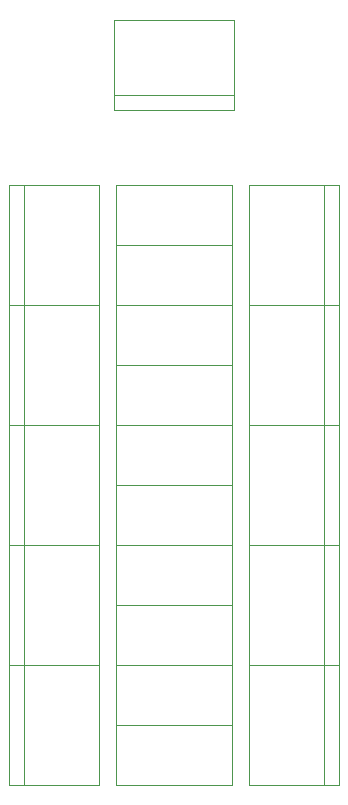
<source format=gbr>
G04 #@! TF.GenerationSoftware,KiCad,Pcbnew,5.0.2+dfsg1-1*
G04 #@! TF.CreationDate,2021-07-05T06:51:35+02:00*
G04 #@! TF.ProjectId,billjapacontrollerv2,62696c6c-6a61-4706-9163-6f6e74726f6c,rev?*
G04 #@! TF.SameCoordinates,Original*
G04 #@! TF.FileFunction,Legend,Top*
G04 #@! TF.FilePolarity,Positive*
%FSLAX46Y46*%
G04 Gerber Fmt 4.6, Leading zero omitted, Abs format (unit mm)*
G04 Created by KiCad (PCBNEW 5.0.2+dfsg1-1) date lun. 05 juil. 2021 06:51:35 CEST*
%MOMM*%
%LPD*%
G01*
G04 APERTURE LIST*
%ADD10C,0.120000*%
G04 APERTURE END LIST*
D10*
G04 #@! TO.C,*
X55880000Y-60960000D02*
X55880000Y-71120000D01*
X57150000Y-60960000D02*
X49530000Y-60960000D01*
X49530000Y-60960000D02*
X49530000Y-71120000D01*
X49530000Y-71120000D02*
X57150000Y-71120000D01*
X57150000Y-71120000D02*
X57150000Y-60960000D01*
X48260000Y-22860000D02*
X38100000Y-22860000D01*
X48260000Y-24130000D02*
X48260000Y-16510000D01*
X48260000Y-16510000D02*
X38100000Y-16510000D01*
X38100000Y-16510000D02*
X38100000Y-24130000D01*
X38100000Y-24130000D02*
X48260000Y-24130000D01*
X55880000Y-71120000D02*
X55880000Y-81280000D01*
X57150000Y-71120000D02*
X49530000Y-71120000D01*
X49530000Y-71120000D02*
X49530000Y-81280000D01*
X49530000Y-81280000D02*
X57150000Y-81280000D01*
X57150000Y-81280000D02*
X57150000Y-71120000D01*
X55880000Y-50800000D02*
X55880000Y-60960000D01*
X57150000Y-50800000D02*
X49530000Y-50800000D01*
X49530000Y-50800000D02*
X49530000Y-60960000D01*
X49530000Y-60960000D02*
X57150000Y-60960000D01*
X57150000Y-60960000D02*
X57150000Y-50800000D01*
X55880000Y-40640000D02*
X55880000Y-50800000D01*
X57150000Y-40640000D02*
X49530000Y-40640000D01*
X49530000Y-40640000D02*
X49530000Y-50800000D01*
X49530000Y-50800000D02*
X57150000Y-50800000D01*
X57150000Y-50800000D02*
X57150000Y-40640000D01*
X30480000Y-81280000D02*
X30480000Y-71120000D01*
X29210000Y-81280000D02*
X36830000Y-81280000D01*
X36830000Y-81280000D02*
X36830000Y-71120000D01*
X36830000Y-71120000D02*
X29210000Y-71120000D01*
X29210000Y-71120000D02*
X29210000Y-81280000D01*
X30480000Y-71120000D02*
X30480000Y-60960000D01*
X29210000Y-71120000D02*
X36830000Y-71120000D01*
X36830000Y-71120000D02*
X36830000Y-60960000D01*
X36830000Y-60960000D02*
X29210000Y-60960000D01*
X29210000Y-60960000D02*
X29210000Y-71120000D01*
X30480000Y-60960000D02*
X30480000Y-50800000D01*
X29210000Y-60960000D02*
X36830000Y-60960000D01*
X36830000Y-60960000D02*
X36830000Y-50800000D01*
X36830000Y-50800000D02*
X29210000Y-50800000D01*
X29210000Y-50800000D02*
X29210000Y-60960000D01*
X30480000Y-50800000D02*
X30480000Y-40640000D01*
X29210000Y-50800000D02*
X36830000Y-50800000D01*
X36830000Y-50800000D02*
X36830000Y-40640000D01*
X36830000Y-40640000D02*
X29210000Y-40640000D01*
X29210000Y-40640000D02*
X29210000Y-50800000D01*
X55880000Y-30480000D02*
X55880000Y-40640000D01*
X57150000Y-30480000D02*
X49530000Y-30480000D01*
X49530000Y-30480000D02*
X49530000Y-40640000D01*
X49530000Y-40640000D02*
X57150000Y-40640000D01*
X57150000Y-40640000D02*
X57150000Y-30480000D01*
X38295000Y-76210000D02*
X48065000Y-76210000D01*
X38295000Y-81280000D02*
X48065000Y-81280000D01*
X38295000Y-76210000D02*
X38295000Y-81280000D01*
X48065000Y-76210000D02*
X48065000Y-81280000D01*
X38295000Y-71130000D02*
X48065000Y-71130000D01*
X38295000Y-76200000D02*
X48065000Y-76200000D01*
X38295000Y-71130000D02*
X38295000Y-76200000D01*
X48065000Y-71130000D02*
X48065000Y-76200000D01*
X38295000Y-66050000D02*
X48065000Y-66050000D01*
X38295000Y-71120000D02*
X48065000Y-71120000D01*
X38295000Y-66050000D02*
X38295000Y-71120000D01*
X48065000Y-66050000D02*
X48065000Y-71120000D01*
X38295000Y-60970000D02*
X48065000Y-60970000D01*
X38295000Y-66040000D02*
X48065000Y-66040000D01*
X38295000Y-60970000D02*
X38295000Y-66040000D01*
X48065000Y-60970000D02*
X48065000Y-66040000D01*
X38295000Y-55890000D02*
X48065000Y-55890000D01*
X38295000Y-60960000D02*
X48065000Y-60960000D01*
X38295000Y-55890000D02*
X38295000Y-60960000D01*
X48065000Y-55890000D02*
X48065000Y-60960000D01*
X38295000Y-50810000D02*
X48065000Y-50810000D01*
X38295000Y-55880000D02*
X48065000Y-55880000D01*
X38295000Y-50810000D02*
X38295000Y-55880000D01*
X48065000Y-50810000D02*
X48065000Y-55880000D01*
X38295000Y-45730000D02*
X48065000Y-45730000D01*
X38295000Y-50800000D02*
X48065000Y-50800000D01*
X38295000Y-45730000D02*
X38295000Y-50800000D01*
X48065000Y-45730000D02*
X48065000Y-50800000D01*
X38295000Y-40650000D02*
X48065000Y-40650000D01*
X38295000Y-45720000D02*
X48065000Y-45720000D01*
X38295000Y-40650000D02*
X38295000Y-45720000D01*
X48065000Y-40650000D02*
X48065000Y-45720000D01*
X38295000Y-35570000D02*
X48065000Y-35570000D01*
X38295000Y-40640000D02*
X48065000Y-40640000D01*
X38295000Y-35570000D02*
X38295000Y-40640000D01*
X48065000Y-35570000D02*
X48065000Y-40640000D01*
X48065000Y-30490000D02*
X48065000Y-35560000D01*
X38295000Y-30490000D02*
X38295000Y-35560000D01*
X38295000Y-35560000D02*
X48065000Y-35560000D01*
X38295000Y-30490000D02*
X48065000Y-30490000D01*
X29210000Y-30480000D02*
X29210000Y-40640000D01*
X36830000Y-30480000D02*
X29210000Y-30480000D01*
X36830000Y-40640000D02*
X36830000Y-30480000D01*
X29210000Y-40640000D02*
X36830000Y-40640000D01*
X30480000Y-40640000D02*
X30480000Y-30480000D01*
G04 #@! TD*
M02*

</source>
